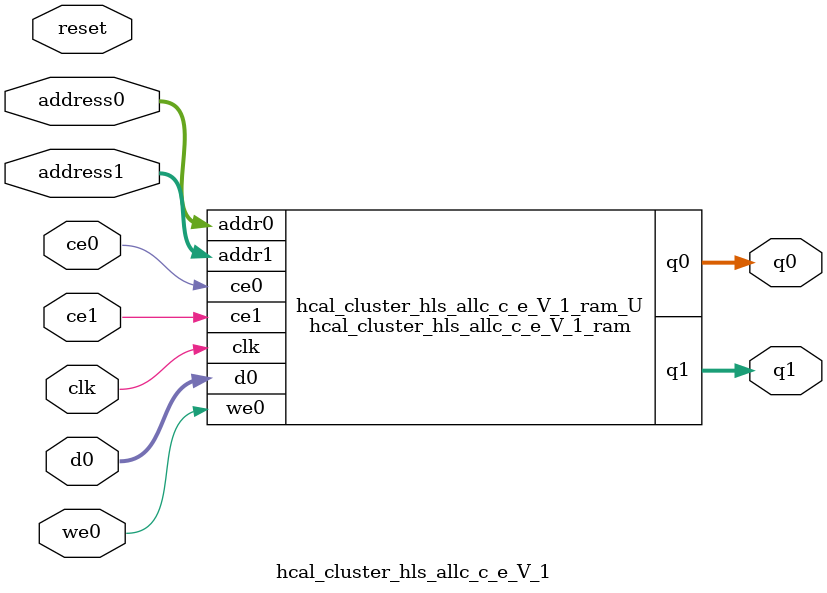
<source format=v>
`timescale 1 ns / 1 ps
module hcal_cluster_hls_allc_c_e_V_1_ram (addr0, ce0, d0, we0, q0, addr1, ce1, q1,  clk);

parameter DWIDTH = 16;
parameter AWIDTH = 9;
parameter MEM_SIZE = 288;

input[AWIDTH-1:0] addr0;
input ce0;
input[DWIDTH-1:0] d0;
input we0;
output wire[DWIDTH-1:0] q0;
input[AWIDTH-1:0] addr1;
input ce1;
output wire[DWIDTH-1:0] q1;
input clk;

reg [DWIDTH-1:0] ram[0:MEM_SIZE-1];
wire [AWIDTH-1:0] addr0_t0; 
reg [AWIDTH-1:0] addr0_t1; 
wire [DWIDTH-1:0] d0_t0; 
wire we0_t0; 
reg [DWIDTH-1:0] d0_t1; 
reg we0_t1; 
reg [DWIDTH-1:0] q0_t0;
reg [DWIDTH-1:0] q0_t1;
wire [AWIDTH-1:0] addr1_t0; 
reg [AWIDTH-1:0] addr1_t1; 
reg [DWIDTH-1:0] q1_t0;
reg [DWIDTH-1:0] q1_t1;


assign addr0_t0 = addr0;
assign d0_t0 = d0;
assign we0_t0 = we0;
assign q0 = q0_t1;
assign addr1_t0 = addr1;
assign q1 = q1_t1;

always @(posedge clk)  
begin
    if (ce0) 
    begin
        addr0_t1 <= addr0_t0; 
        d0_t1 <= d0_t0;
        we0_t1 <= we0_t0;
        q0_t1 <= q0_t0;
    end
    if (ce1) 
    begin
        addr1_t1 <= addr1_t0; 
        q1_t1 <= q1_t0;
    end
end


always @(posedge clk)  
begin 
    if (ce0) begin
        if (we0_t1) 
            ram[addr0_t1] <= d0_t1; 
        q0_t0 <= ram[addr0_t1];
    end
end


always @(posedge clk)  
begin 
    if (ce1) begin
        q1_t0 <= ram[addr1_t1];
    end
end


endmodule

`timescale 1 ns / 1 ps
module hcal_cluster_hls_allc_c_e_V_1(
    reset,
    clk,
    address0,
    ce0,
    we0,
    d0,
    q0,
    address1,
    ce1,
    q1);

parameter DataWidth = 32'd16;
parameter AddressRange = 32'd288;
parameter AddressWidth = 32'd9;
input reset;
input clk;
input[AddressWidth - 1:0] address0;
input ce0;
input we0;
input[DataWidth - 1:0] d0;
output[DataWidth - 1:0] q0;
input[AddressWidth - 1:0] address1;
input ce1;
output[DataWidth - 1:0] q1;



hcal_cluster_hls_allc_c_e_V_1_ram hcal_cluster_hls_allc_c_e_V_1_ram_U(
    .clk( clk ),
    .addr0( address0 ),
    .ce0( ce0 ),
    .we0( we0 ),
    .d0( d0 ),
    .q0( q0 ),
    .addr1( address1 ),
    .ce1( ce1 ),
    .q1( q1 ));

endmodule


</source>
